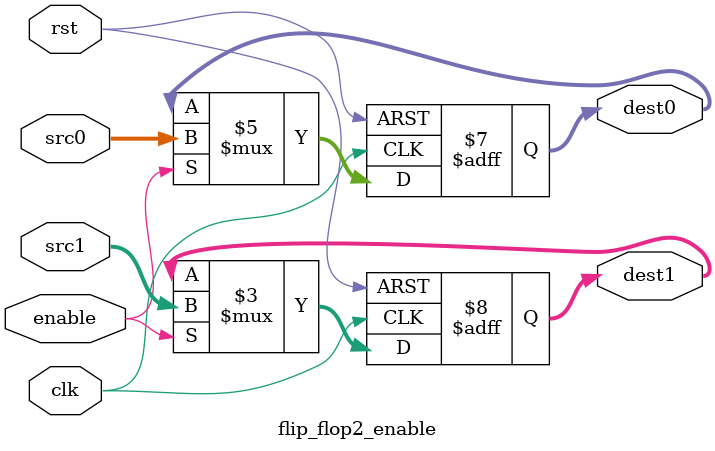
<source format=v>
module flip_flop2_enable (
    input           clk, enable, rst,
    input   [31:0]  src0, src1,
    output  reg [31:0]  dest0, dest1
);
    always @(posedge clk or negedge rst) 
    begin
        if (rst == 0)
            begin
                dest0 <= 32'b0;
                dest1 <= 32'b0;
            end
        else if (enable)
            begin
                dest0 <= src0;
                dest1 <= src1;
            end  
    end

endmodule
</source>
